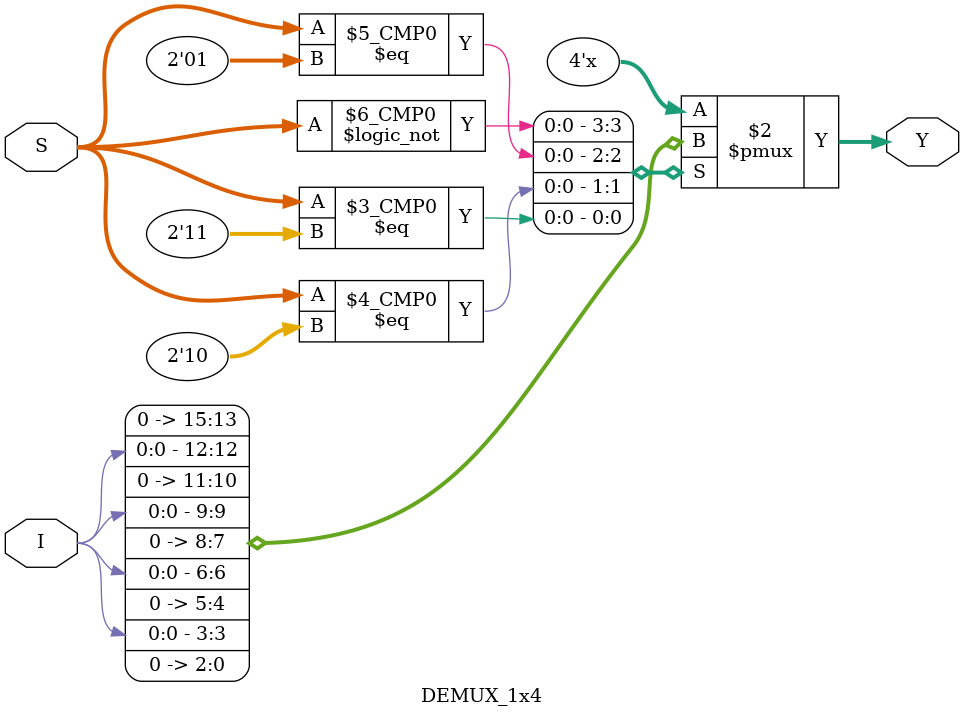
<source format=v>
`timescale 1ns / 1ps

// Author      : Venu Pabbuleti 
// ID          : N180116
//Branch       : ECE
//Project Name : RTL design using Verilog
//Design  Name : 1 TO 4 DEMUX
//Module  Name : DEMUX DESIGN MODULE
//RGUKT NUZVID 
//////////////////////////////////////////////////////////////////////////////////


module DEMUX_1x4(I,S,Y);
input I;
input [1:0]S;
output reg [3:0]Y;

always@(I,S) begin
case({S})
2'b00   :   Y={3'b000,I};
2'b01   :   Y={2'b00,I,1'b0};
2'b10   :   Y={1'b0,I,2'b00};
2'b11   :   Y={I,3'b000};
default :   Y=4'bxxxx;
endcase
end
endmodule

</source>
